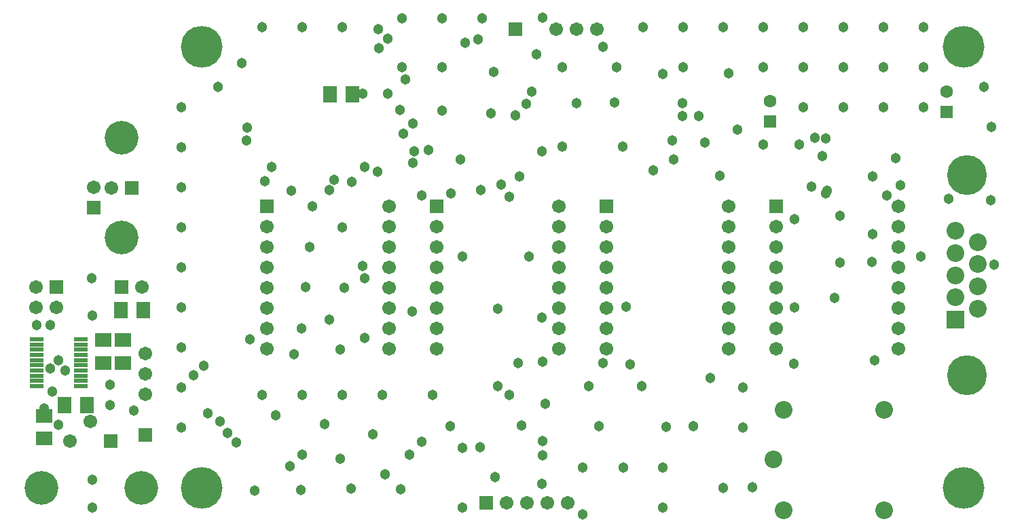
<source format=gts>
%FSLAX43Y43*%
%MOMM*%
G71*
G01*
G75*
%ADD10C,0.300*%
%ADD11R,1.600X1.800*%
%ADD12R,1.800X1.600*%
%ADD13R,1.600X0.300*%
%ADD14C,1.000*%
%ADD15C,0.500*%
%ADD16C,0.400*%
%ADD17C,0.600*%
%ADD18C,1.500*%
%ADD19R,1.400X1.400*%
%ADD20C,2.000*%
%ADD21R,1.500X1.500*%
%ADD22C,4.000*%
%ADD23C,5.000*%
%ADD24C,1.400*%
%ADD25C,4.760*%
%ADD26R,2.000X2.000*%
%ADD27C,1.100*%
%ADD28C,0.125*%
%ADD29R,4.000X3.000*%
%ADD30R,0.850X1.300*%
%ADD31R,1.300X0.850*%
%ADD32R,1.500X3.000*%
%ADD33R,12.200X9.300*%
%ADD34R,1.803X2.003*%
%ADD35R,2.003X1.803*%
%ADD36R,1.803X0.503*%
%ADD37C,1.703*%
%ADD38R,1.603X1.603*%
%ADD39C,2.203*%
%ADD40R,1.703X1.703*%
%ADD41C,4.203*%
%ADD42C,5.203*%
%ADD43C,1.603*%
%ADD44C,4.963*%
%ADD45R,2.203X2.203*%
%ADD46C,1.303*%
D34*
X41301Y54093D02*
D03*
X8188Y15293D02*
D03*
X5388Y15293D02*
D03*
X15188Y27193D02*
D03*
X38501Y54093D02*
D03*
X12388Y27193D02*
D03*
D35*
X2893Y13912D02*
D03*
X10207Y23388D02*
D03*
X12707D02*
D03*
Y20588D02*
D03*
X10207D02*
D03*
X2893Y11112D02*
D03*
D36*
X1943Y23516D02*
D03*
Y22866D02*
D03*
Y22216D02*
D03*
Y21566D02*
D03*
Y20916D02*
D03*
Y20266D02*
D03*
Y19616D02*
D03*
X1943Y18966D02*
D03*
X1943Y18316D02*
D03*
Y17666D02*
D03*
X7443Y23516D02*
D03*
Y20916D02*
D03*
Y20266D02*
D03*
Y19616D02*
D03*
Y18966D02*
D03*
Y18316D02*
D03*
X7443Y17666D02*
D03*
X7443Y22216D02*
D03*
X7443Y21566D02*
D03*
X7443Y22866D02*
D03*
D37*
X1860Y27460D02*
D03*
Y30000D02*
D03*
X4400Y27460D02*
D03*
X63080Y3100D02*
D03*
X69212Y62191D02*
D03*
X66672D02*
D03*
X94091Y37542D02*
D03*
Y35002D02*
D03*
Y32462D02*
D03*
Y29922D02*
D03*
Y27382D02*
D03*
Y24842D02*
D03*
Y22302D02*
D03*
X109331D02*
D03*
Y24842D02*
D03*
Y27382D02*
D03*
Y29922D02*
D03*
Y32462D02*
D03*
Y35002D02*
D03*
Y37542D02*
D03*
Y40082D02*
D03*
X88231D02*
D03*
Y37542D02*
D03*
Y35002D02*
D03*
Y32462D02*
D03*
Y29922D02*
D03*
Y27382D02*
D03*
Y24842D02*
D03*
Y22302D02*
D03*
X72991D02*
D03*
Y24842D02*
D03*
Y27382D02*
D03*
Y29922D02*
D03*
Y32462D02*
D03*
Y35002D02*
D03*
Y37542D02*
D03*
X30591D02*
D03*
Y35002D02*
D03*
Y32462D02*
D03*
Y29922D02*
D03*
Y27382D02*
D03*
Y24842D02*
D03*
Y22302D02*
D03*
X45831D02*
D03*
Y24842D02*
D03*
Y27382D02*
D03*
Y29922D02*
D03*
Y32462D02*
D03*
Y35002D02*
D03*
Y37542D02*
D03*
Y40082D02*
D03*
X67031D02*
D03*
Y37542D02*
D03*
Y35002D02*
D03*
Y32462D02*
D03*
Y29922D02*
D03*
Y27382D02*
D03*
Y24842D02*
D03*
Y22302D02*
D03*
X51791D02*
D03*
Y24842D02*
D03*
Y27382D02*
D03*
Y29922D02*
D03*
Y32462D02*
D03*
Y35002D02*
D03*
Y37542D02*
D03*
X11260Y42400D02*
D03*
X9000Y42440D02*
D03*
X60540Y3100D02*
D03*
X65620D02*
D03*
X68160D02*
D03*
X15509Y21752D02*
D03*
Y19212D02*
D03*
Y16672D02*
D03*
X6060Y10800D02*
D03*
X8600Y13300D02*
D03*
X15035Y30012D02*
D03*
X71752Y62191D02*
D03*
D38*
X93392Y50711D02*
D03*
X115392Y51911D02*
D03*
D39*
X116480Y34276D02*
D03*
X119320Y32891D02*
D03*
X116480Y31506D02*
D03*
X119320Y30121D02*
D03*
X116480Y28736D02*
D03*
X119320Y35661D02*
D03*
X116480Y37046D02*
D03*
X119320Y27351D02*
D03*
X93802Y8490D02*
D03*
X95102Y14690D02*
D03*
Y2190D02*
D03*
X107602D02*
D03*
Y14690D02*
D03*
D40*
X61592Y62191D02*
D03*
X94091Y40082D02*
D03*
X72991D02*
D03*
X30591D02*
D03*
X51791D02*
D03*
X13800Y42400D02*
D03*
X9000Y39900D02*
D03*
X58000Y3100D02*
D03*
X4400Y30000D02*
D03*
X15509Y11592D02*
D03*
X11140Y10800D02*
D03*
X12495Y30012D02*
D03*
D41*
X2500Y5000D02*
D03*
X15000D02*
D03*
X12500Y48700D02*
D03*
Y36200D02*
D03*
D42*
X22500Y60000D02*
D03*
Y5000D02*
D03*
X117500D02*
D03*
Y60000D02*
D03*
D43*
X93392Y53211D02*
D03*
X115392Y54411D02*
D03*
D44*
X117900Y44001D02*
D03*
Y19011D02*
D03*
D45*
X116480Y25966D02*
D03*
D46*
X14050Y14600D02*
D03*
X3900Y17000D02*
D03*
X8850Y26450D02*
D03*
Y5950D02*
D03*
Y2500D02*
D03*
X4650Y12850D02*
D03*
X11100Y15300D02*
D03*
Y17850D02*
D03*
X1900Y25300D02*
D03*
X4650Y20900D02*
D03*
X2850Y14900D02*
D03*
X3650Y25250D02*
D03*
X3600Y19900D02*
D03*
X81350Y45950D02*
D03*
X50800Y47150D02*
D03*
X70800Y17700D02*
D03*
X59450D02*
D03*
X54750Y45950D02*
D03*
X49000Y46950D02*
D03*
X36300Y40100D02*
D03*
X36000Y35050D02*
D03*
X33650Y42050D02*
D03*
X38450Y42100D02*
D03*
X34950Y24842D02*
D03*
X40300Y29950D02*
D03*
X42550Y32650D02*
D03*
X31250Y45050D02*
D03*
X40050Y37500D02*
D03*
X39050Y43450D02*
D03*
X30400Y43200D02*
D03*
X42850Y45050D02*
D03*
Y31100D02*
D03*
X42800Y23650D02*
D03*
X28550Y23550D02*
D03*
X53600Y41700D02*
D03*
X41250Y43150D02*
D03*
X38450Y25950D02*
D03*
X48750Y26950D02*
D03*
X48800Y45550D02*
D03*
X28100Y48350D02*
D03*
X63300Y33800D02*
D03*
X55050D02*
D03*
X62100Y43800D02*
D03*
X44400Y44450D02*
D03*
X75450Y27550D02*
D03*
X96400Y27450D02*
D03*
X96350Y20500D02*
D03*
X75950Y20400D02*
D03*
X45400Y6650D02*
D03*
X33550Y7650D02*
D03*
X26850Y10650D02*
D03*
X49950Y10750D02*
D03*
X43850Y11700D02*
D03*
X25700Y11800D02*
D03*
X24750Y13300D02*
D03*
X37850Y12950D02*
D03*
X23300Y14250D02*
D03*
X31750Y14000D02*
D03*
X59050Y6350D02*
D03*
X65000Y9000D02*
D03*
X39800Y8650D02*
D03*
X57250Y10050D02*
D03*
X28200Y49900D02*
D03*
X64950Y46950D02*
D03*
X22800Y20200D02*
D03*
X62000Y20550D02*
D03*
X60900Y41300D02*
D03*
X98550Y42550D02*
D03*
X21500Y19000D02*
D03*
X85950Y18650D02*
D03*
X44500Y62200D02*
D03*
X101400Y28650D02*
D03*
X106150Y36650D02*
D03*
Y43850D02*
D03*
X87100Y43900D02*
D03*
X89300Y49700D02*
D03*
X102050Y38900D02*
D03*
X78800Y44600D02*
D03*
X81200Y48350D02*
D03*
X98950Y48700D02*
D03*
X45700Y54200D02*
D03*
X44600Y59800D02*
D03*
X47200Y52100D02*
D03*
X100350Y48550D02*
D03*
X82450Y51350D02*
D03*
X84450D02*
D03*
X83800Y12650D02*
D03*
X53450Y12700D02*
D03*
X62400Y12750D02*
D03*
X72000Y12650D02*
D03*
X80400Y12600D02*
D03*
X42600Y54200D02*
D03*
X61592Y51458D02*
D03*
X47650Y49150D02*
D03*
X48800Y50400D02*
D03*
X47900Y55900D02*
D03*
X63650Y54450D02*
D03*
X77400Y17650D02*
D03*
X106450Y20850D02*
D03*
X45700Y61000D02*
D03*
X55350Y60500D02*
D03*
X59800Y42850D02*
D03*
X109600Y42750D02*
D03*
X99850Y46350D02*
D03*
X39750Y22200D02*
D03*
X5450Y19600D02*
D03*
X59400Y27350D02*
D03*
X64900Y26250D02*
D03*
X57300Y42150D02*
D03*
X20000Y12500D02*
D03*
Y17500D02*
D03*
X20000Y22500D02*
D03*
Y27500D02*
D03*
Y32500D02*
D03*
Y37500D02*
D03*
Y42500D02*
D03*
Y47500D02*
D03*
Y52500D02*
D03*
X24550Y55000D02*
D03*
X27500Y57950D02*
D03*
X30000Y62500D02*
D03*
X35000D02*
D03*
X40000D02*
D03*
X47500Y57500D02*
D03*
X52500Y57500D02*
D03*
X47500Y63600D02*
D03*
X52500Y63600D02*
D03*
X56950Y60900D02*
D03*
X57500Y63600D02*
D03*
X65000Y63650D02*
D03*
X64250Y59100D02*
D03*
X58950Y56900D02*
D03*
X58600Y51700D02*
D03*
X52500Y52050D02*
D03*
X62950Y52900D02*
D03*
X69250Y53000D02*
D03*
X67500Y57500D02*
D03*
X72500Y60000D02*
D03*
X77500Y62500D02*
D03*
X82500Y62500D02*
D03*
X87500D02*
D03*
X92500D02*
D03*
X97500Y62500D02*
D03*
X102500D02*
D03*
X107499Y62500D02*
D03*
X112500Y62500D02*
D03*
X49950Y41450D02*
D03*
X67500Y47550D02*
D03*
X75000D02*
D03*
X74000Y53100D02*
D03*
X120000Y55000D02*
D03*
X107499Y57500D02*
D03*
X112500D02*
D03*
X112499Y52500D02*
D03*
X107499D02*
D03*
X102500Y52500D02*
D03*
Y57500D02*
D03*
X97500D02*
D03*
Y52500D02*
D03*
X92500Y57500D02*
D03*
X88200Y56700D02*
D03*
X82450Y53000D02*
D03*
X82500Y57500D02*
D03*
X80000Y56650D02*
D03*
X74250Y57500D02*
D03*
X85250Y48050D02*
D03*
X97000Y47800D02*
D03*
X92500D02*
D03*
X120999Y50000D02*
D03*
X120900Y40900D02*
D03*
X115650Y41000D02*
D03*
X121350Y32800D02*
D03*
X106050Y33150D02*
D03*
X102099Y33050D02*
D03*
X96450Y38500D02*
D03*
X100450Y42050D02*
D03*
X100350Y41750D02*
D03*
X107899Y41500D02*
D03*
X108999Y46100D02*
D03*
X90000Y17500D02*
D03*
X90000Y12500D02*
D03*
X91150Y5050D02*
D03*
X87500Y5000D02*
D03*
X80000Y2500D02*
D03*
X80000Y7500D02*
D03*
X75100Y7500D02*
D03*
X70000Y7500D02*
D03*
Y1700D02*
D03*
X65000Y10850D02*
D03*
X64950Y5500D02*
D03*
X55000Y2500D02*
D03*
X55050Y10000D02*
D03*
D03*
X47350Y4800D02*
D03*
X41150Y4850D02*
D03*
X34900Y4750D02*
D03*
X29100Y4650D02*
D03*
X30000Y16550D02*
D03*
X35050D02*
D03*
X40000D02*
D03*
X45000D02*
D03*
X35000Y9150D02*
D03*
X48450D02*
D03*
X60900Y16600D02*
D03*
X65350Y15500D02*
D03*
X65000Y20700D02*
D03*
X72500Y20550D02*
D03*
X51250Y16600D02*
D03*
X34000Y21650D02*
D03*
X35450Y30000D02*
D03*
X112200Y33800D02*
D03*
X8750Y31150D02*
D03*
M02*

</source>
